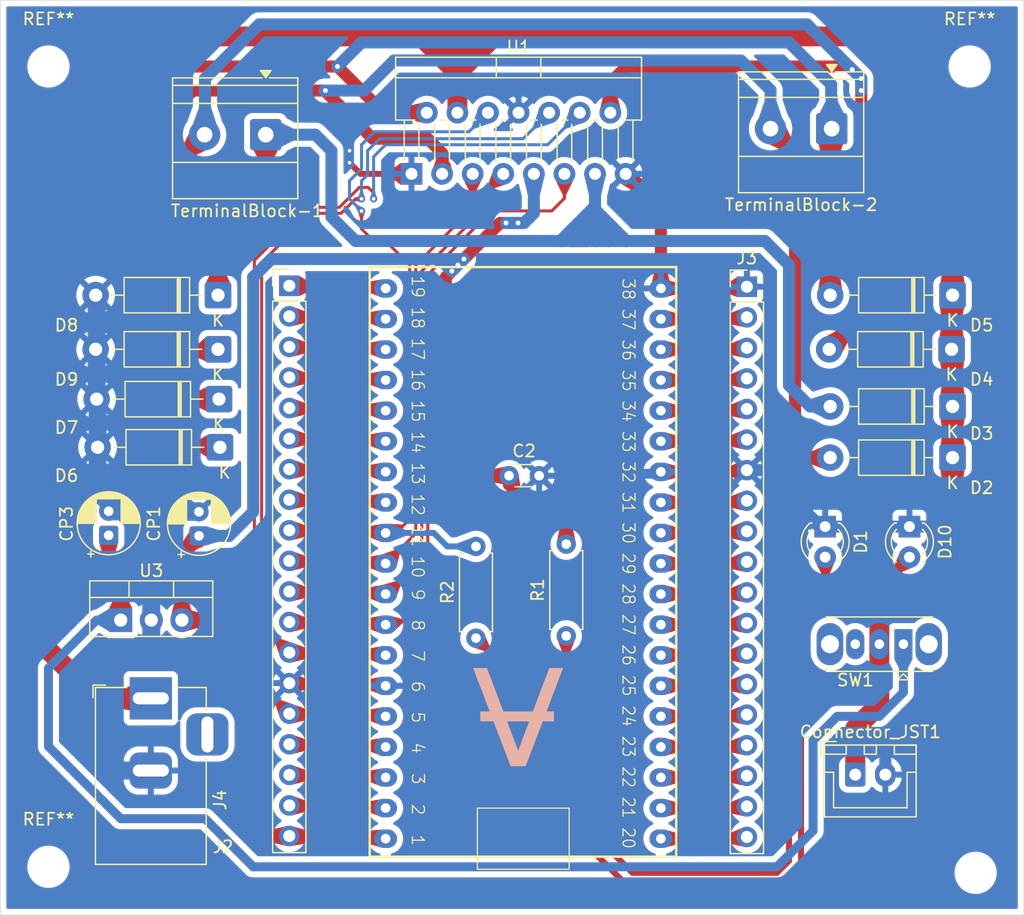
<source format=kicad_pcb>
(kicad_pcb (version 20241229) (generator "pcbnew") (generator_version "9.0")
  (layers (0 "F.Cu" signal) (2 "B.Cu" signal) (13 "F.Paste" user) (15 "B.Paste" user) (5 "F.SilkS" user "F.Silkscreen") (7 "B.SilkS" user "B.Silkscreen") (1 "F.Mask" user) (3 "B.Mask" user) (25 "Edge.Cuts" user))
  (net 0 "")
  (net 1 "GND")
  (net 2 "+5V")
  (net 3 "POWER_SEL")
  (net 4 "Net-(SW1-A)")
  (net 5 "Net-(D1-A)")
  (net 6 "Net-(D2-A)")
  (net 7 "Net-(D3-A)")
  (net 8 "Net-(D4-A)")
  (net 9 "Net-(D5-A)")
  (net 10 "Net-(D10-A)")
  (net 11 "+3V3")
  (net 12 "GPIO25")
  (net 13 "GPIO13")
  (net 14 "GPIO34")
  (net 15 "GPIO11")
  (net 16 "GPIO26")
  (net 17 "GPIO27")
  (net 18 "EN")
  (net 19 "GPIO35")
  (net 20 "GPIO36")
  (net 21 "GPIO9")
  (net 22 "GPIO14")
  (net 23 "GPIO39")
  (net 24 "GPIO10")
  (net 25 "GPIO32")
  (net 26 "GPIO33")
  (net 27 "GPIO12")
  (net 28 "GPIO18")
  (net 29 "GPIO7")
  (net 30 "GPIO22")
  (net 31 "GPIO8")
  (net 32 "GPIO15")
  (net 33 "GPIO16")
  (net 34 "GPIO4")
  (net 35 "GPIO6")
  (net 36 "GPIO0")
  (net 37 "GPIO23")
  (net 38 "GPIO17")
  (net 39 "GPIO5")
  (net 40 "GPIO19")
  (net 41 "GPIO2")
  (net 44 "GPIO21")
  (net 45 "RX")
  (net 46 "TX")
  (footprint "LED_THT:LED_D3.0mm" (layer "F.Cu") (at 162 76.73 -90)
    (property "Reference" "D10")
    (property "Value" "LED")
  )
  (footprint "LED_THT:LED_D3.0mm" (layer "F.Cu") (at 155 76.73 -90)
    (property "Reference" "D1")
    (property "Value" "LED")
  )
  (footprint "Diode_THT:D_DO-41_SOD81_P10.16mm_Horizontal" (layer "F.Cu") (at 165.58 57.5 180)
    (property "Reference" "D5")
    (property "Value" "D" (hide yes))
  )
  (footprint "Capacitor_THT:CP_Radial_D5.0mm_P2.00mm" (layer "F.Cu") (at 103 77.5 90)
    (property "Reference" "CP1")
    (property "Value" "100uF")
  )
  (footprint "TerminalBlock_Phoenix:TerminalBlock_Phoenix_MKDS-1,5-2-5.08_1x02_P5.08mm_Horizontal" (layer "F.Cu") (at 155.545 43.6675 180)
    (property "Reference" "TerminalBlock-2")
    (property "Value" "Conn_01x02")
  )
  (footprint "MountingHole:MountingHole_3mm" (layer "F.Cu") (at 90.5 105)
    (property "Reference" "REF**")
    (property "Value" "MountingHole_3mm" (hide yes))
  )
  (footprint "MountingHole:MountingHole_3mm" (layer "F.Cu") (at 167.5 105.5)
    (property "Reference" "REF**" (hide yes))
    (property "Value" "MountingHole_3mm" (hide yes))
  )
  (footprint "Diode_THT:D_DO-41_SOD81_P10.16mm_Horizontal" (layer "F.Cu") (at 104.58 62 180)
    (property "Reference" "D9")
    (property "Value" "D" (hide yes))
  )
  (footprint "Connector_PinHeader_2.54mm:PinHeader_1x19_P2.54mm_Vertical" (layer "F.Cu") (at 148.5 56.8)
    (property "Reference" "J3")
    (property "Value" "Conn_01x19_Socket")
  )
  (footprint "MountingHole:MountingHole_3mm" (layer "F.Cu") (at 90.5 38.5)
    (property "Reference" "REF**")
    (property "Value" "MountingHole_3mm" (hide yes))
  )
  (footprint "Resistor_THT:R_Axial_DIN0207_L6.3mm_D2.5mm_P7.62mm_Horizontal" (layer "F.Cu") (at 133.5 85.81 90)
    (property "Reference" "R1")
    (property "Value" "220Ω")
  )
  (footprint "Connector_JST:JST_XH_B2B-XH-A_1x02_P2.50mm_Vertical" (layer "F.Cu") (at 157.5 97.34)
    (property "Reference" "Connector_JST1")
    (property "Value" "JST_XH_2pin")
  )
  (footprint "Capacitor_THT:C_Disc_D3.0mm_W1.6mm_P2.50mm" (layer "F.Cu") (at 128.75 72.5)
    (property "Reference" "C2")
    (property "Value" "0.1uF")
  )
  (footprint "Capacitor_THT:CP_Radial_D5.0mm_P2.00mm" (layer "F.Cu") (at 95.5 77.455113 90)
    (property "Reference" "CP3")
    (property "Value" "100uF")
  )
  (footprint "MountingHole:MountingHole_3mm" (layer "F.Cu") (at 167 38.5)
    (property "Reference" "REF**")
    (property "Value" "MountingHole_3mm" (hide yes))
  )
  (footprint "Package_TO_SOT_THT:TO-220-3_Vertical" (layer "F.Cu") (at 96.5 84.5)
    (property "Reference" "U3")
    (property "Value" "LM7805_TO220")
  )
  (footprint "Connector_PinHeader_2.54mm:PinHeader_1x19_P2.54mm_Vertical" (layer "F.Cu") (at 110.5 56.72)
    (property "Reference" "J2")
    (property "Value" "Conn_01x19_Socket" (hide yes))
  )
  (footprint "Package_TO_SOT_THT:TO-220-15_P2.54x5.08mm_StaggerOdd_Lead4.58mm_Vertical" (layer "F.Cu") (at 120.65 47.42)
    (property "Reference" "U1")
    (property "Value" "L298N")
  )
  (footprint "Diode_THT:D_DO-41_SOD81_P10.16mm_Horizontal" (layer "F.Cu") (at 104.66 66.14 180)
    (property "Reference" "D7")
    (property "Value" "D" (hide yes))
  )
  (footprint "TerminalBlock_Phoenix:TerminalBlock_Phoenix_MKDS-1,5-2-5.08_1x02_P5.08mm_Horizontal" (layer "F.Cu") (at 108.545 44.1675 180)
    (property "Reference" "TerminalBlock-1")
    (property "Value" "Conn_01x02")
  )
  (footprint "Connector_BarrelJack:BarrelJack_Horizontal" (layer "F.Cu") (at 99 91 90)
    (property "Reference" "J4")
    (property "Value" "Barrel_Jack_Switch")
  )
  (footprint "Diode_THT:D_DO-41_SOD81_P10.16mm_Horizontal" (layer "F.Cu") (at 165.5 62 180)
    (property "Reference" "D4")
    (property "Value" "D" (hide yes))
  )
  (footprint "Diode_THT:D_DO-41_SOD81_P10.16mm_Horizontal" (layer "F.Cu") (at 104.58 57.5 180)
    (property "Reference" "D8")
    (property "Value" "D" (hide yes))
  )
  (footprint "Button_Switch_THT:SW_Slide_SPDT_Straight_CK_OS102011MS2Q" (layer "F.Cu") (at 161.5 86.5 180)
    (property "Reference" "SW1")
    (property "Value" "SW_SPDT")
  )
  (footprint "Resistor_THT:R_Axial_DIN0207_L6.3mm_D2.5mm_P7.62mm_Horizontal" (layer "F.Cu") (at 126 86 90)
    (property "Reference" "R2")
    (property "Value" "220Ω" (hide yes))
  )
  (footprint "ESP32Footprints:ESP32_38pin" (layer "F.Cu") (at 129.93 79.8 -90)
    (property "Reference" "U2" (hide yes))
    (property "Value" "ESP32-DevKitC-38")
  )
  (footprint "Diode_THT:D_DO-41_SOD81_P10.16mm_Horizontal" (layer "F.Cu") (at 165.58 66.75 180)
    (property "Reference" "D3")
    (property "Value" "D" (hide yes))
  )
  (footprint "Diode_THT:D_DO-41_SOD81_P10.16mm_Horizontal" (layer "F.Cu") (at 165.58 71 180)
    (property "Reference" "D2")
    (property "Value" "D" (hide yes))
  )
  (footprint "Diode_THT:D_DO-41_SOD81_P10.16mm_Horizontal" (layer "F.Cu") (at 104.74 70.14 180)
    (property "Reference" "D6")
    (property "Value" "D")
  )
  (gr_rect (start 86.5 33) (end 171.5 109) (stroke (width 0.05)) (fill no) (layer "Edge.Cuts"))
  (gr_text "V" (at 129.5 98 0) (layer "B.SilkS") (effects (font (size 8 8) (thickness 0.1)) (justify bottom mirror)))
  (gr_text "I" (at 133.5 92.5 90) (layer "B.SilkS") (effects (font (size 6 6) (thickness 0.1)) (justify bottom mirror)))
  (segment (start 148.36 56.94) (end 148.5 56.8) (width 0.75) (layer "F.Cu") (net 1))
  (segment (start 138.43 47.42) (end 141.36 50.35) (width 1) (layer "F.Cu") (net 1))
  (segment (start 141.04 72.5) (end 141.36 72.18) (width 0.5) (layer "F.Cu") (net 1))
  (segment (start 141.36 72.18) (end 148.36 72.18) (width 0.75) (layer "F.Cu") (net 1))
  (segment (start 118.14 89.82) (end 110.58 89.82) (width 0.75) (layer "F.Cu") (net 1))
  (segment (start 148.36 72.18) (end 148.5 72.04) (width 0.75) (layer "F.Cu") (net 1))
  (segment (start 120.65 47.42) (end 116.42 47.42) (width 0.5) (layer "F.Cu") (net 1))
  (segment (start 115.5 46.5) (end 115.5 45.5) (width 0.5) (layer "F.Cu") (net 1))
  (segment (start 141.36 56.94) (end 148.36 56.94) (width 0.75) (layer "F.Cu") (net 1))
  (segment (start 141.36 50.35) (end 141.36 56.94) (width 1) (layer "F.Cu") (net 1))
  (segment (start 110.58 89.82) (end 110.5 89.74) (width 0.75) (layer "F.Cu") (net 1))
  (segment (start 116.42 47.42) (end 115.5 46.5) (width 0.5) (layer "F.Cu") (net 1))
  (via (at 115.5 45.5) (size 0.6) (drill 0.3) (layers "F.Cu" "B.Cu") (net 1))
  (via (at 115.5 46.5) (size 0.6) (drill 0.3) (layers "F.Cu" "B.Cu") (net 1))
  (segment (start 108.24 89.74) (end 105.75 87.25) (width 0.5) (layer "B.Cu") (net 1))
  (segment (start 160 94.5) (end 168 86.5) (width 1) (layer "B.Cu") (net 1))
  (segment (start 129.5 40.5) (end 129.5 40.92) (width 0.5) (layer "B.Cu") (net 1))
  (segment (start 129 40) (end 129.5 40) (width 0.5) (layer "B.Cu") (net 1))
  (segment (start 130 40) (end 129.5 40.5) (width 0.5) (layer "B.Cu") (net 1))
  (segment (start 138 72.5) (end 138.5 72) (width 0.25) (layer "B.Cu") (net 1))
  (segment (start 122.5 85) (end 128.5 79) (width 0.5) (layer "B.Cu") (net 1))
  (segment (start 140.08 47.42) (end 138.43 47.42) (width 0.5) (layer "B.Cu") (net 1))
  (segment (start 131.25 78.25) (end 131.25 72.5) (width 0.5) (layer "B.Cu") (net 1))
  (segment (start 153.5 73.5) (end 152.04 72.04) (width 1) (layer "B.Cu") (net 1))
  (segment (start 139 72.5) (end 141.04 72.5) (width 0.5) (layer "B.Cu") (net 1))
  (segment (start 138 72) (end 138 72.5) (width 0.5) (layer "B.Cu") (net 1))
  (segment (start 98 75.455113) (end 102.955113 75.455113) (width 1.5) (layer "B.Cu") (net 1))
  (segment (start 99.951871 76.951871) (end 99.496758 76.951871) (width 1.5) (layer "B.Cu") (net 1))
  (segment (start 168 79.5) (end 165.23 76.73) (width 1) (layer "B.Cu") (net 1))
  (segment (start 96.63137 75.455113) (end 95.5 75.455113) (width 1.5) (layer "B.Cu") (net 1))
  (segment (start 95.5 73.5) (end 94.5 72.5) (width 1.5) (layer "B.Cu") (net 1))
  (segment (start 160 97.34) (end 160 94.5) (width 1) (layer "B.Cu") (net 1))
  (segment (start 155 76.73) (end 162 76.73) (width 1) (layer "B.Cu") (net 1))
  (segment (start 137 72.5) (end 137.5 72.5) (width 0.5) (layer "B.Cu") (net 1))
  (segment (start 141.04 72.5) (end 141.36 72.18) (width 0.5) (layer "B.Cu") (net 1))
  (segment (start 94.58 70.14) (end 94.58 66.22) (width 1.5) (layer "B.Cu") (net 1))
  (segment (start 138 58.5) (end 138 71.5) (width 0.5) (layer "B.Cu") (net 1))
  (segment (start 129.54 40.96) (end 130.5 40) (width 0.5) (layer "B.Cu") (net 1))
  (segment (start 137 72.5) (end 137.5 72) (width 0.25) (layer "B.Cu") (net 1))
  (segment (start 129.5 40) (end 129.5 40.5) (width 0.5) (layer "B.Cu") (net 1))
  (segment (start 129.54 40.96) (end 129.54 42.34) (width 0.5) (layer "B.Cu") (net 1))
  (segment (start 115.5 43.5) (end 119 40) (width 0.5) (layer "B.Cu") (net 1))
  (segment (start 94.58 72.42) (end 94.58 70.14) (width 1.5) (layer "B.Cu") (net 1))
  (segment (start 155 76.73) (end 154.63 76.73) (width 0.5) (layer "B.Cu") (net 1))
  (segment (start 97.5 87.5) (end 97.75 87.25) (width 1.5) (layer "B.Cu") (net 1))
  (segment (start 165.23 76.73) (end 162 76.73) (width 1) (layer "B.Cu") (net 1))
  (segment (start 121.04 89.96) (end 122.5 88.5) (width 0.5) (layer "B.Cu") (net 1))
  (segment (start 154.63 76.73) (end 153.5 75.6) (width 1) (layer "B.Cu") (net 1))
  (segment (start 93.5 89) (end 95 87.5) (width 1.5) (layer "B.Cu") (net 1))
  (segment (start 97.75 87.25) (end 99.04 85.96) (width 1.5) (layer "B.Cu") (net 1))
  (segment (start 130.5 40) (end 139.5 40) (width 0.5) (layer "B.Cu") (net 1))
  (segment (start 131.25 72.5) (end 137 72.5) (width 0.5) (layer "B.Cu") (net 1))
  (segment (start 129 40.5) (end 128.5 40) (width 0.5) (layer "B.Cu") (net 1))
  (segment (start 130 40) (end 130.5 40) (width 0.5) (layer "B.Cu") (net 1))
  (segment (start 103 75.5) (end 101.403743 75.5) (width 1.5) (layer "B.Cu") (net 1))
  (segment (start 122.5 88.5) (end 122.5 85) (width 0.5) (layer "B.Cu") (net 1))
  (segment (start 101.403743 75.5) (end 99.951871 76.951871) (width 1.5) (layer "B.Cu") (net 1))
  (segment (start 119 40) (end 128.5 40) (width 0.5) (layer "B.Cu") (net 1))
  (segment (start 129.5 40.92) (end 129.46 40.96) (width 0.5) (layer "B.Cu") (net 1))
  (segment (start 99.496758 76.951871) (end 98 75.455113) (width 1.5) (layer "B.Cu") (net 1))
  (segment (start 94.5 66.14) (end 94.5 61.89) (width 1.5) (layer "B.Cu") (net 1))
  (segment (start 99.04 77.863743) (end 96.63137 75.455113) (width 1.5) (layer "B.Cu") (net 1))
  (segment (start 94.5 72.5) (end 94.58 72.42) (width 1.5) (layer "B.Cu") (net 1))
  (segment (start 152.04 72.04) (end 148.5 72.04) (width 1) (layer "B.Cu") (net 1))
  (segment (start 128.5 79) (end 130.5 79) (width 0.5) (layer "B.Cu") (net 1))
  (segment (start 118.5 89.96) (end 121.04 89.96) (width 0.5) (layer "B.Cu") (net 1))
  (segment (start 138 71.5) (end 138 72) (width 0.5) (layer "B.Cu") (net 1))
  (segment (start 137.5 72) (end 138.5 72) (width 0.25) (layer "B.Cu") (net 1))
  (segment (start 137.5 72.5) (end 138 72.5) (width 0.5) (layer "B.Cu") (net 1))
  (segment (start 141.5 42) (end 141.5 46) (width 0.5) (layer "B.Cu") (net 1))
  (segment (start 138.5 72.5) (end 139 72.5) (width 0.5) (layer "B.Cu") (net 1))
  (segment (start 129.46 40.96) (end 129 40.5) (width 0.5) (layer "B.Cu") (net 1))
  (segment (start 138 72) (end 137.5 72) (width 0.25) (layer "B.Cu") (net 1))
  (segment (start 128.5 40) (end 129 40) (width 0.5) (layer "B.Cu") (net 1))
  (segment (start 138.5 72) (end 138 71.5) (width 0.25) (layer "B.Cu") (net 1))
  (segment (start 153.5 75.6) (end 153.5 73.5) (width 1) (layer "B.Cu") (net 1))
  (segment (start 99.04 85.96) (end 99.04 84.5) (width 1.5) (layer "B.Cu") (net 1))
  (segment (start 110.5 89.74) (end 108.24 89.74) (width 0.5) (layer "B.Cu") (net 1))
  (segment (start 139.56 56.94) (end 138 58.5) (width 0.5) (layer "B.Cu") (net 1))
  (segment (start 130.5 79) (end 131.25 78.25) (width 0.5) (layer "B.Cu") (net 1))
  (segment (start 95.5 75.455113) (end 98 75.455113) (width 1.5) (layer "B.Cu") (net 1))
  (segment (start 129 40.5) (end 129 40) (width 0.5) (layer "B.Cu") (net 1))
  (segment (start 95 87.5) (end 97.5 87.5) (width 1.5) (layer "B.Cu") (net 1))
  (segment (start 105.75 87.25) (end 97.75 87.25) (width 0.5) (layer "B.Cu") (net 1))
  (segment (start 102.955113 75.455113) (end 103 75.5) (width 1.5) (layer "B.Cu") (net 1))
  (segment (start 99 97) (end 96.5 97) (width 1.5) (layer "B.Cu") (net 1))
  (segment (start 93.5 94) (end 93.5 89) (width 1.5) (layer "B.Cu") (net 1))
  (segment (start 137 72.5) (end 138 71.5) (width 0.25) (layer "B.Cu") (net 1))
  (segment (start 99.951871 76.951871) (end 99.04 77.863743) (width 1.5) (layer "B.Cu") (net 1))
  (segment (start 138 72) (end 137.5 72.5) (width 0.25) (layer "B.Cu") (net 1))
  (segment (start 139 72.5) (end 138.5 72) (width 0.25) (layer "B.Cu") (net 1))
  (segment (start 168 86.5) (end 168 79.5) (width 1) (layer "B.Cu") (net 1))
  (segment (start 96.5 97) (end 93.5 94) (width 1.5) (layer "B.Cu") (net 1))
  (segment (start 95.5 75.455113) (end 95.5 73.5) (width 1.5) (layer "B.Cu") (net 1))
  (segment (start 137.5 72.5) (end 137.5 72) (width 0.25) (layer "B.Cu") (net 1))
  (segment (start 115.5 46.5) (end 115.5 43.5) (width 0.5) (layer "B.Cu") (net 1))
  (segment (start 141.5 46) (end 140.08 47.42) (width 0.5) (layer "B.Cu") (net 1))
  (segment (start 138 72.5) (end 137.5 72) (width 0.25) (layer "B.Cu") (net 1))
  (segment (start 138 72.5) (end 138.5 72.5) (width 0.5) (layer "B.Cu") (net 1))
  (segment (start 129.54 40.96) (end 129.46 40.96) (width 0.5) (layer "B.Cu") (net 1))
  (segment (start 94.5 61.89) (end 94.5 57.64) (width 1.5) (layer "B.Cu") (net 1))
  (segment (start 94.58 66.22) (end 94.5 66.14) (width 1.5) (layer "B.Cu") (net 1))
  (segment (start 141.36 56.94) (end 139.56 56.94) (width 0.5) (layer "B.Cu") (net 1))
  (segment (start 99.04 84.5) (end 99.04 77.863743) (width 1.5) (layer "B.Cu") (net 1))
  (segment (start 129.5 40) (end 130 40) (width 0.5) (layer "B.Cu") (net 1))
  (segment (start 139.5 40) (end 141.5 42) (width 0.5) (layer "B.Cu") (net 1))
  (segment (start 138.5 72) (end 138.5 72.5) (width 0.25) (layer "B.Cu") (net 1))
  (segment (start 128.75 72.5) (end 125.5 72.5) (width 1) (layer "F.Cu") (net 2))
  (segment (start 128.75 73.25) (end 130.3 74.8) (width 1) (layer "F.Cu") (net 2))
  (segment (start 128 51.5) (end 130 51.5) (width 1) (layer "F.Cu") (net 2))
  (segment (start 118.14 102.52) (end 110.58 102.52) (width 1) (layer "F.Cu") (net 2))
  (segment (start 101.58 84.5) (end 104.5 84.5) (width 1) (layer "F.Cu") (net 2))
  (segment (start 130.3 74.8) (end 132.3 74.8) (width 1) (layer "F.Cu") (net 2))
  (segment (start 104.5 84.5) (end 106.7 86.7) (width 1) (layer "F.Cu") (net 2))
  (segment (start 108.56 102.44) (end 110.5 102.44) (width 1) (layer "F.Cu") (net 2))
  (segment (start 123.5 70.5) (end 123.5 56) (width 1) (layer "F.Cu") (net 2))
  (segment (start 123.5 56) (end 128 51.5) (width 1) (layer "F.Cu") (net 2))
  (segment (start 102.5 78) (end 103 78) (width 1) (layer "F.Cu") (net 2))
  (segment (start 128.75 72.5) (end 128.75 73.25) (width 1) (layer "F.Cu") (net 2))
  (segment (start 101.58 84.5) (end 101.58 78.92) (width 1) (layer "F.Cu") (net 2))
  (segment (start 133.5 76) (end 133.5 78.19) (width 1) (layer "F.Cu") (net 2))
  (segment (start 125.5 72.5) (end 123.5 70.5) (width 1) (layer "F.Cu") (net 2))
  (segment (start 106.7 100.58) (end 108.56 102.44) (width 1) (layer "F.Cu") (net 2))
  (segment (start 101.58 78.92) (end 102.5 78) (width 1) (layer "F.Cu") (net 2))
  (segment (start 110.58 102.52) (end 110.5 102.44) (width 0.75) (layer "F.Cu") (net 2))
  (segment (start 106.7 86.7) (end 106.7 100.58) (width 1) (layer "F.Cu") (net 2))
  (segment (start 132.3 74.8) (end 133.5 76) (width 1) (layer "F.Cu") (net 2))
  (segment (start 103 78) (end 103 77.5) (width 1) (layer "F.Cu") (net 2))
  (via (at 124.5 55) (size 0.8) (drill 0.4) (layers "F.Cu" "B.Cu") (net 2))
  (via (at 125 54.5) (size 0.8) (drill 0.4) (layers "F.Cu" "B.Cu") (net 2))
  (via (at 124 55.5) (size 0.8) (drill 0.4) (layers "F.Cu" "B.Cu") (net 2))
  (via (at 128.5 51.5) (size 0.8) (drill 0.4) (layers "F.Cu" "B.Cu") (net 2))
  (via (at 129.5 51.5) (size 0.8) (drill 0.4) (layers "F.Cu" "B.Cu") (net 2))
  (segment (start 129 51.5) (end 128.5 51.5) (width 1) (layer "B.Cu") (net 2))
  (segment (start 107.5 56) (end 107.5 75.5) (width 1) (layer "B.Cu") (net 2))
  (segment (start 124.25 55.25) (end 124 55.5) (width 1) (layer "B.Cu") (net 2))
  (segment (start 130.81 50.69) (end 130 51.5) (width 1) (layer "B.Cu") (net 2))
  (segment (start 125 54.5) (end 123 54.5) (width 1) (layer "B.Cu") (net 2))
  (segment (start 130 51.5) (end 129.5 51.5) (width 1) (layer "B.Cu") (net 2))
  (segment (start 124.5 55) (end 124.25 55.25) (width 1) (layer "B.Cu") (net 2))
  (segment (start 123 54.5) (end 109 54.5) (width 1) (layer "B.Cu") (net 2))
  (segment (start 107.5 75.5) (end 105.5 77.5) (width 1) (layer "B.Cu") (net 2))
  (segment (start 109 54.5) (end 107.5 56) (width 1) (layer "B.Cu") (net 2))
  (segment (start 129.5 51.5) (end 129 51.5) (width 1) (layer "B.Cu") (net 2))
  (segment (start 105.5 77.5) (end 103 77.5) (width 1) (layer "B.Cu") (net 2))
  (segment (start 124 55.5) (end 123 54.5) (width 1) (layer "B.Cu") (net 2))
  (segment (start 130.81 47.42) (end 130.81 50.69) (width 1) (layer "B.Cu") (net 2))
  (segment (start 125 54.5) (end 124.5 55) (width 1) (layer "B.Cu") (net 2))
  (segment (start 165.5 57.58) (end 165.58 57.5) (width 1.5) (layer "F.Cu") (net 3))
  (segment (start 159.5 86.5) (end 159.5 84.598) (width 1.65) (layer "F.Cu") (net 3))
  (segment (start 121.5 36) (end 124.5 36) (width 1.65) (layer "F.Cu") (net 3))
  (segment (start 157.5 97.34) (end 157.5 93.5) (width 1.65) (layer "F.Cu") (net 3))
  (segment (start 94.5 91) (end 90.5 87) (width 1.65) (layer "F.Cu") (net 3))
  (segment (start 90 86.5) (end 90 47) (width 1.65) (layer "F.Cu") (net 3))
  (segment (start 158.5 36) (end 127.5 36) (width 1.65) (layer "F.Cu") (net 3))
  (segment (start 157.5 93.5) (end 159.5 91.5) (width 1.65) (layer "F.Cu") (net 3))
  (segment (start 90.5 87) (end 90 86.5) (width 1.65) (layer "F.Cu") (net 3))
  (segment (start 165.58 43.08) (end 158.5 36) (width 1.65) (layer "F.Cu") (net 3))
  (segment (start 164 82.5) (end 165.58 80.92) (width 1.65) (layer "F.Cu") (net 3))
  (segment (start 165.58 66.75) (end 165.58 62.08) (width 1.65) (layer "F.Cu") (net 3))
  (segment (start 124.46 38.96) (end 121.5 36) (width 1.75) (layer "F.Cu") (net 3))
  (segment (start 127.5 36) (end 124.46 39.04) (width 1.65) (layer "F.Cu") (net 3))
  (segment (start 101 36) (end 121.5 36) (width 1.65) (layer "F.Cu") (net 3))
  (segment (start 165.58 57.5) (end 165.58 43.08) (width 1.65) (layer "F.Cu") (net 3))
  (segment (start 124.46 39.04) (end 124.46 37.5) (width 1.75) (layer "F.Cu") (net 3))
  (segment (start 124.5 36) (end 126 36) (width 1.65) (layer "F.Cu") (net 3))
  (segment (start 165.58 62.08) (end 165.5 62) (width 1.5) (layer "F.Cu") (net 3))
  (segment (start 165.58 71) (end 165.58 66.75) (width 1.65) (layer "F.Cu") (net 3))
  (segment (start 99 91) (end 94.5 91) (width 1.65) (layer "F.Cu") (net 3))
  (segment (start 90 47) (end 90.5 46.5) (width 1.65) (layer "F.Cu") (net 3))
  (segment (start 124.46 37.5) (end 124.46 36.04) (width 1.75) (layer "F.Cu") (net 3))
  (segment (start 90.5 46.5) (end 101 36) (width 1.65) (layer "F.Cu") (net 3))
  (segment (start 124.46 39.04) (end 124.46 42.34) (width 1.65) (layer "F.Cu") (net 3))
  (segment (start 159.5 91.5) (end 159.5 86.5) (width 1.65) (layer "F.Cu") (net 3))
  (segment (start 124.5 37.5) (end 126 36) (width 1.75) (layer "F.Cu") (net 3))
  (segment (start 159.5 84.598) (end 161.598 82.5) (width 1.65) (layer "F.Cu") (net 3))
  (segment (start 124.46 39.04) (end 124.46 38.96) (width 1.75) (layer "F.Cu") (net 3))
  (segment (start 124.46 37.5) (end 124.5 37.5) (width 1.75) (layer "F.Cu") (net 3))
  (segment (start 126 36) (end 127.5 36) (width 1.65) (layer "F.Cu") (net 3))
  (segment (start 124.46 36.04) (end 124.5 36) (width 1.75) (layer "F.Cu") (net 3))
  (segment (start 161.598 82.5) (end 164 82.5) (width 1.65) (layer "F.Cu") (net 3))
  (segment (start 165.5 62) (end 165.5 57.58) (width 1.65) (layer "F.Cu") (net 3))
  (segment (start 165.58 80.92) (end 165.58 71) (width 1.65) (layer "F.Cu") (net 3))
  (segment (start 95.5 77.455113) (end 95.5 80.5) (width 1) (layer "F.Cu") (net 4))
  (segment (start 95.5 80.5) (end 96.5 81.5) (width 1) (layer "F.Cu") (net 4))
  (segment (start 96.5 81.5) (end 96.5 84.5) (width 1) (layer "F.Cu") (net 4))
  (segment (start 154 102) (end 154 94.5) (width 0.75) (layer "B.Cu") (net 4))
  (segment (start 151 105) (end 154 102) (width 0.75) (layer "B.Cu") (net 4))
  (segment (start 159.5 92.5) (end 161.5 90.5) (width 0.75) (layer "B.Cu") (net 4))
  (segment (start 154 94.5) (end 156 92.5) (width 0.75) (layer "B.Cu") (net 4))
  (segment (start 107.5 105) (end 151 105) (width 0.75) (layer "B.Cu") (net 4))
  (segment (start 94.5 84.5) (end 90.5 88.5) (width 0.75) (layer "B.Cu") (net 4))
  (segment (start 96.5 84.5) (end 94.5 84.5) (width 0.75) (layer "B.Cu") (net 4))
  (segment (start 90.5 88.5) (end 90.5 95) (width 0.75) (layer "B.Cu") (net 4))
  (segment (start 90.5 95) (end 96.5 101) (width 0.75) (layer "B.Cu") (net 4))
  (segment (start 96.5 101) (end 103.5 101) (width 0.75) (layer "B.Cu") (net 4))
  (segment (start 156 92.5) (end 159.5 92.5) (width 0.75) (layer "B.Cu") (net 4))
  (segment (start 161.5 90.5) (end 161.5 86.5) (width 0.75) (layer "B.Cu") (net 4))
  (segment (start 103.5 101) (end 107.5 105) (width 0.75) (layer "B.Cu") (net 4))
  (segment (start 152 104.5) (end 151 105.5) (width 0.5) (layer "F.Cu") (net 5))
  (segment (start 152 84) (end 152 104.5) (width 0.5) (layer "F.Cu") (net 5))
  (segment (start 133.5 100) (end 139 105.5) (width 0.5) (layer "F.Cu") (net 5))
  (segment (start 139 105.5) (end 151 105.5) (width 0.5) (layer "F.Cu") (net 5))
  (segment (start 133.5 85.81) (end 133.5 100) (width 0.5) (layer "F.Cu") (net 5))
  (segment (start 155 79.27) (end 155 81) (width 0.5) (layer "F.Cu") (net 5))
  (segment (start 155 81) (end 152 84) (width 0.5) (layer "F.Cu") (net 5))
  (segment (start 102.14 66.14) (end 99.5 63.5) (width 1) (layer "F.Cu") (net 6))
  (segment (start 122 44.5) (end 123.19 45.69) (width 1) (layer "F.Cu") (net 6))
  (segment (start 123.19 45.69) (end 123.19 47.42) (width 1) (layer "F.Cu") (net 6))
  (segment (start 99.5 43.5) (end 102.5 40.5) (width 1) (layer "F.Cu") (net 6))
  (segment (start 152.5 70) (end 152.5 45.7025) (width 1) (layer "F.Cu") (net 6))
  (segment (start 117.430702 44.5) (end 122 44.5) (width 1) (layer "F.Cu") (net 6))
  (segment (start 152.5 45.7025) (end 150.465 43.6675) (width 1) (layer "F.Cu") (net 6))
  (segment (start 104.66 66.14) (end 102.14 66.14) (width 1) (layer "F.Cu") (net 6))
  (segment (start 153.5 71) (end 152.5 70) (width 1) (layer "F.Cu") (net 6))
  (segment (start 155.42 71) (end 153.5 71) (width 1) (layer "F.Cu") (net 6))
  (segment (start 99.5 63.5) (end 99.5 43.5) (width 1) (layer "F.Cu") (net 6))
  (segment (start 113.430702 40.5) (end 117.430702 44.5) (width 1) (layer "F.Cu") (net 6))
  (segment (start 102.5 40.5) (end 113.430702 40.5) (width 1) (layer "F.Cu") (net 6))
  (via (at 113.5 40.5) (size 0.8) (drill 0.4) (layers "F.Cu" "B.Cu") (net 6))
  (segment (start 148 38) (end 119.201 38) (width 1) (layer "B.Cu") (net 6))
  (segment (start 150.465 43.6675) (end 150.465 40.465) (width 1) (layer "B.Cu") (net 6))
  (segment (start 119.201 38) (end 116.701 40.5) (width 1) (layer "B.Cu") (net 6))
  (segment (start 116.701 40.5) (end 113.5 40.5) (width 1) (layer "B.Cu") (net 6))
  (segment (start 150.465 40.465) (end 148 38) (width 1) (layer "B.Cu") (net 6))
  (segment (start 113.430702 40.5) (end 113.5 40.5) (width 1) (layer "B.Cu") (net 6))
  (segment (start 104.58 51.58) (end 104.58 57.5) (width 1) (layer "F.Cu") (net 7))
  (segment (start 108.545 47.455) (end 104.5 51.5) (width 1) (layer "F.Cu") (net 7))
  (segment (start 108.545 44.1675) (end 108.545 47.455) (width 1) (layer "F.Cu") (net 7))
  (segment (start 104.5 51.5) (end 104.58 51.58) (width 1) (layer "F.Cu") (net 7))
  (segment (start 135.61 52.61) (end 136 53) (width 1) (layer "B.Cu") (net 7))
  (segment (start 112.6675 44.1675) (end 114 45.5) (width 1) (layer "B.Cu") (net 7))
  (segment (start 135.61 50.67) (end 135.61 52) (width 1) (layer "B.Cu") (net 7))
  (segment (start 135.61 52) (end 135.61 52.61) (width 1) (layer "B.Cu") (net 7))
  (segment (start 138.5 53) (end 137 53) (width 1) (layer "B.Cu") (net 7))
  (segment (start 136.5 51) (end 136.75 51.25) (width 1) (layer "B.Cu") (net 7))
  (segment (start 137 53) (end 136.75 52.75) (width 1) (layer "B.Cu") (net 7))
  (segment (start 135.22 53) (end 135.61 52.61) (width 1) (layer "B.Cu") (net 7))
  (segment (start 135.89 49) (end 135.89 47.42) (width 1) (layer "B.Cu") (net 7))
  (segment (start 152 55) (end 150 53) (width 1) (layer "B.Cu") (net 7))
  (segment (start 116 53) (end 133 53) (width 1) (layer "B.Cu") (net 7))
  (segment (start 135.89 49) (end 135.89 49.5) (width 1) (layer "B.Cu") (net 7))
  (segment (start 136.75 51.25) (end 137 51.5) (width 1) (layer "B.Cu") (net 7))
  (segment (start 135.61 51.89) (end 136.5 51) (width 1) (layer "B.Cu") (net 7))
  (segment (start 114 45.5) (end 114 51) (width 1) (layer "B.Cu") (net 7))
  (segment (start 153.75 66.75) (end 152 65) (width 1) (layer "B.Cu") (net 7))
  (segment (start 136.75 52.75) (end 136.75 51.25) (width 1) (layer "B.Cu") (net 7))
  (segment (start 135.61 52) (end 135.61 51.89) (width 1) (layer "B.Cu") (net 7))
  (segment (start 134 53) (end 135.22 53) (width 1) (layer "B.Cu") (net 7))
  (segment (start 135.89 50.39) (end 135.61 50.67) (width 1) (layer "B.Cu") (net 7))
  (segment (start 136 53) (end 134 53) (width 1) (layer "B.Cu") (net 7))
  (segment (start 134 52) (end 135.89 50.11) (width 1) (layer "B.Cu") (net 7))
  (segment (start 134 52) (end 136.5 52) (width 1) (layer "B.Cu") (net 7))
  (segment (start 155.42 66.75) (end 153.75 66.75) (width 1) (layer "B.Cu") (net 7))
  (segment (start 137 53) (end 136 53) (width 1) (layer "B.Cu") (net 7))
  (segment (start 114 51) (end 116 53) (width 1) (layer "B.Cu") (net 7))
  (segment (start 135.89 50.11) (end 135.89 49) (width 1) (layer "B.Cu") (net 7))
  (segment (start 135.89 50.11) (end 135.89 50.39) (width 1) (layer "B.Cu") (net 7))
  (segment (start 152 65) (end 152 55) (width 1) (layer "B.Cu") (net 7))
  (segment (start 133 53) (end 134 52) (width 1) (layer "B.Cu") (net 7))
  (segment (start 108.545 44.1675) (end 112.6675 44.1675) (width 1) (layer "B.Cu") (net 7))
  (segment (start 135.89 50.39) (end 136.5 51) (width 1) (layer "B.Cu") (net 7))
  (segment (start 134 53) (end 133 53) (width 1) (layer "B.Cu") (net 7))
  (segment (start 150 53) (end 138.5 53) (width 1) (layer "B.Cu") (net 7))
  (segment (start 136.5 52) (end 137 51.5) (width 1) (layer "B.Cu") (net 7))
  (segment (start 137 51.5) (end 138.5 53) (width 1) (layer "B.Cu") (net 7))
  (segment (start 102.5 62) (end 104.58 62) (width 1) (layer "F.Cu") (net 8))
  (segment (start 137.16 39.84) (end 137.16 42.34) (width 1) (layer "F.Cu") (net 8))
  (segment (start 138.5 38.5) (end 137.16 39.84) (width 1) (layer "F.Cu") (net 8))
  (segment (start 103.465 44.1675) (end 101.5 46.1325) (width 1) (layer "F.Cu") (net 8))
  (segment (start 158 59.34) (end 158 39.5) (width 1) (layer "F.Cu") (net 8))
  (segment (start 101.5 46.1325) (end 101.5 61) (width 1) (layer "F.Cu") (net 8))
  (segment (start 157 38.5) (end 138.5 38.5) (width 1) (layer "F.Cu") (net 8))
  (segment (start 155.34 62) (end 158 59.34) (width 1) (layer "F.Cu") (net 8))
  (segment (start 101.5 61) (end 102.5 62) (width 1) (layer "F.Cu") (net 8))
  (segment (start 158 39.5) (end 157 38.5) (width 1) (layer "F.Cu") (net 8))
  (via (at 158 40.5) (size 0.8) (drill 0.4) (layers "F.Cu" "B.Cu") (net 8))
  (via (at 158 39.5) (size 0.8) (drill 0.4) (layers "F.Cu" "B.Cu") (net 8))
  (via (at 157.25 38.75) (size 0.8) (drill 0.4) (layers "F.Cu" "B.Cu") (net 8))
  (segment (start 103.5 39.5) (end 108 35) (width 1) (layer "B.Cu") (net 8))
  (segment (start 153.5 35) (end 157.25 38.75) (width 1) (layer "B.Cu") (net 8))
  (segment (start 103.5 44.1325) (end 103.5 39.5) (width 1) (layer "B.Cu") (net 8))
  (segment (start 157.25 38.75) (end 158 39.5) (width 1) (layer "B.Cu") (net 8))
  (segment (start 103.465 44.1675) (end 103.5 44.1325) (width 0.75) (layer "B.Cu") (net 8))
  (segment (start 158 39.5) (end 158 40.5) (width 1) (layer "B.Cu") (net 8))
  (segment (start 108 35) (end 153.5 35) (width 1) (layer "B.Cu") (net 8))
  (segment (start 114.5 38.5) (end 102 38.5) (width 1) (layer "F.Cu") (net 9))
  (segment (start 155.42 57.5) (end 155.42 43.7925) (width 1.5) (layer "F.Cu") (net 9))
  (segment (start 121.92 42.34) (end 118.34 42.34) (width 1) (layer "F.Cu") (net 9))
  (segment (start 118.34 42.34) (end 114.5 38.5) (width 1) (layer "F.Cu") (net 9))
  (segment (start 104.74 70.14) (end 103.14 70.14) (width 1) (layer "F.Cu") (net 9))
  (segment (start 155.42 43.7925) (end 155.545 43.6675) (width 1.5) (layer "F.Cu") (net 9))
  (segment (start 102 38.5) (end 97 43.5) (width 1) (layer "F.Cu") (net 9))
  (segment (start 97 43.5) (end 97 64.004318) (width 1) (layer "F.Cu") (net 9))
  (segment (start 97 64.004318) (end 100.5 67.504318) (width 1) (layer "F.Cu") (net 9))
  (segment (start 103.14 70.14) (end 100.5 67.5) (width 1) (layer "F.Cu") (net 9))
  (via (at 114.5 38.5) (size 0.8) (drill 0.4) (layers "F.Cu" "B.Cu") (net 9))
  (segment (start 152 36.5) (end 155.5 40) (width 1) (layer "B.Cu") (net 9))
  (segment (start 155.545 41.045) (end 155.545 43.6675) (width 1) (layer "B.Cu") (net 9))
  (segment (start 114.5 38.5) (end 116.5 36.5) (width 1) (layer "B.Cu") (net 9))
  (segment (start 116.5 36.5) (end 152 36.5) (width 1) (layer "B.Cu") (net 9))
  (segment (start 155.5 41) (end 155.545 41.045) (width 1) (layer "B.Cu") (net 9))
  (segment (start 155.5 40) (end 155.5 41) (width 1) (layer "B.Cu") (net 9))
  (segment (start 132.5 100.5) (end 138.5 106.5) (width 0.5) (layer "F.Cu") (net 10))
  (segment (start 151.5 106.5) (end 153 105) (width 0.5) (layer "F.Cu") (net 10))
  (segment (start 156.5 81) (end 160.27 81) (width 0.5) (layer "F.Cu") (net 10))
  (segment (start 160.27 81) (end 162 79.27) (width 0.5) (layer "F.Cu") (net 10))
  (segment (start 153 105) (end 153 84.5) (width 0.5) (layer "F.Cu") (net 10))
  (segment (start 126 86) (end 127 87) (width 0.5) (layer "F.Cu") (net 10))
  (segment (start 131.5 87) (end 132.5 88) (width 0.5) (layer "F.Cu") (net 10))
  (segment (start 127 87) (end 131.5 87) (width 0.5) (layer "F.Cu") (net 10))
  (segment (start 132.5 88) (end 132.5 100.5) (width 0.5) (layer "F.Cu") (net 10))
  (segment (start 138.5 106.5) (end 151.5 106.5) (width 0.5) (layer "F.Cu") (net 10))
  (segment (start 153 84.5) (end 156.5 81) (width 0.5) (layer "F.Cu") (net 10))
  (segment (start 110.58 56.8) (end 110.5 56.72) (width 0.75) (layer "F.Cu") (net 11))
  (segment (start 118.14 56.8) (end 110.58 56.8) (width 0.75) (layer "F.Cu") (net 11))
  (segment (start 118.14 77.12) (end 110.58 77.12) (width 0.75) (layer "F.Cu") (net 12))
  (segment (start 120.5 76.12) (end 120.5 75.5) (width 0.25) (layer "F.Cu") (net 12))
  (segment (start 119.36 77.26) (end 119.5 77.12) (width 0.25) (layer "F.Cu") (net 12))
  (segment (start 118.5 77.26) (end 119.36 77.26) (width 0.25) (layer "F.Cu") (net 12))
  (segment (start 120.5 55) (end 119 53.5) (width 0.25) (layer "F.Cu") (net 12))
  (segment (start 120.5 70) (end 120.5 55) (width 0.25) (layer "F.Cu") (net 12))
  (segment (start 110.58 77.12) (end 110.5 77.04) (width 0.75) (layer "F.Cu") (net 12))
  (segment (start 117.5 53) (end 116.5 52) (width 0.25) (layer "F.Cu") (net 12))
  (segment (start 120.5 75.5) (end 120.5 70) (width 0.25) (layer "F.Cu") (net 12))
  (segment (start 116.5 52) (end 116.5 50.5) (width 0.25) (layer "F.Cu") (net 12))
  (segment (start 118.5 53) (end 117.5 53) (width 0.25) (layer "F.Cu") (net 12))
  (segment (start 119.5 77.12) (end 120.5 76.12) (width 0.25) (layer "F.Cu") (net 12))
  (segment (start 119 53.5) (end 118.5 53) (width 0.25) (layer "F.Cu") (net 12))
  (via (at 116.5 50.5) (size 0.6) (drill 0.3) (layers "F.Cu" "B.Cu") (net 12))
  (segment (start 118.5 77.26) (end 122.5 77.26) (width 0.5) (layer "B.Cu") (net 12))
  (segment (start 127 42.34) (end 125.416 43.924) (width 0.25) (layer "B.Cu") (net 12))
  (segment (start 115.5 48) (end 115.5 49.5) (width 0.25) (layer "B.Cu") (net 12))
  (segment (start 117.576 43.924) (end 116.5 45) (width 0.25) (layer "B.Cu") (net 12))
  (segment (start 116.5 45) (end 116.5 47) (width 0.25) (layer "B.Cu") (net 12))
  (segment (start 125.416 43.924) (end 117.576 43.924) (width 0.25) (layer "B.Cu") (net 12))
  (segment (start 116.5 47) (end 115.5 48) (width 0.25) (layer "B.Cu") (net 12))
  (segment (start 123.62 78.38) (end 126 78.38) (width 0.5) (layer "B.Cu") (net 12))
  (segment (start 115.5 49.5) (end 116.5 50.5) (width 0.25) (layer "B.Cu") (net 12))
  (segment (start 122.5 77.26) (end 123.62 78.38) (width 0.5) (layer "B.Cu") (net 12))
  (segment (start 107.6 54.6) (end 108.3 53.9) (width 0.25) (layer "F.Cu") (net 13))
  (segment (start 108.3 53.9) (end 112 50.2) (width 0.25) (layer "F.Cu") (net 13))
  (segment (start 117.5 49) (end 117.5 49.5) (width 0.25) (layer "F.Cu") (net 13))
  (segment (start 110.5 92.28) (end 107.6 89.38) (width 0.25) (layer "F.Cu") (net 13))
  (segment (start 107.6 82.9) (end 107.6 54.6) (width 0.25) (layer "F.Cu") (net 13))
  (segment (start 117.049 48.549) (end 117.5 49) (width 0.25) (layer "F.Cu") (net 13))
  (segment (start 118.14 92.36) (end 110.58 92.36) (width 0.75) (layer "F.Cu") (net 13))
  (segment (start 115.931095 48.931095) (end 116.31319 48.549) (width 0.25) (layer "F.Cu") (net 13))
  (segment (start 107.6 89.38) (end 107.6 82.9) (width 0.25) (layer "F.Cu") (net 13))
  (segment (start 112 50.2) (end 114.66219 50.2) (width 0.25) (layer "F.Cu") (net 13))
  (segment (start 114.66219 50.2) (end 115.931095 48.931095) (width 0.25) (layer "F.Cu") (net 13))
  (segment (start 116.31319 48.549) (end 117.049 48.549) (width 0.25) (layer "F.Cu") (net 13))
  (segment (start 110.58 92.36) (end 110.5 92.28) (width 0.75) (layer "F.Cu") (net 13))
  (via (at 117.5 49.5) (size 0.6) (drill 0.3) (layers "F.Cu" "B.Cu") (net 13))
  (segment (start 131.96 45) (end 118.5 45) (width 0.25) (layer "B.Cu") (net 13))
  (segment (start 134.62 42.34) (end 131.96 45) (width 0.25) (layer "B.Cu") (net 13))
  (segment (start 118.5 45) (end 117.5 46) (width 0.25) (layer "B.Cu") (net 13))
  (segment (start 117.5 46) (end 117.5 49.5) (width 0.25) (layer "B.Cu") (net 13))
  (segment (start 118.14 66.96) (end 110.58 66.96) (width 0.75) (layer "F.Cu") (net 14))
  (segment (start 110.58 66.96) (end 110.5 66.88) (width 0.75) (layer "F.Cu") (net 14))
  (segment (start 110.58 99.98) (end 110.5 99.9) (width 0.75) (layer "F.Cu") (net 15))
  (segment (start 118.14 99.98) (end 110.58 99.98) (width 0.75) (layer "F.Cu") (net 15))
  (segment (start 121 55) (end 121 77.3) (width 0.25) (layer "F.Cu") (net 16))
  (segment (start 121 77.3) (end 118.5 79.8) (width 0.25) (layer "F.Cu") (net 16))
  (segment (start 118.14 79.66) (end 110.58 79.66) (width 0.75) (layer "F.Cu") (net 16))
  (segment (start 125.73 50.27) (end 121 55) (width 0.25) (layer "F.Cu") (net 16))
  (segment (start 125.73 47.42) (end 125.73 50.27) (width 0.25) (layer "F.Cu") (net 16))
  (segment (start 110.58 79.66) (end 110.5 79.58) (width 0.75) (layer "F.Cu") (net 16))
  (segment (start 126.5 50.5) (end 126.5 49.19) (width 0.25) (layer "F.Cu") (net 17))
  (segment (start 121.5 79.5) (end 121.5 55.5) (width 0.25) (layer "F.Cu") (net 17))
  (segment (start 110.58 82.2) (end 110.5 82.12) (width 0.75) (layer "F.Cu") (net 17))
  (segment (start 118.14 82.2) (end 118.8 82.2) (width 0.25) (layer "F.Cu") (net 17))
  (segment (start 126.5 49.19) (end 128.27 47.42) (width 0.25) (layer "F.Cu") (net 17))
  (segment (start 121.5 55.5) (end 126.5 50.5) (width 0.25) (layer "F.Cu") (net 17))
  (segment (start 118.8 82.2) (end 121.5 79.5) (width 0.25) (layer "F.Cu") (net 17))
  (segment (start 118.14 82.2) (end 110.58 82.2) (width 0.75) (layer "F.Cu") (net 17))
  (segment (start 118.14 59.34) (end 110.58 59.34) (width 0.75) (layer "F.Cu") (net 18))
  (segment (start 110.58 59.34) (end 110.5 59.26) (width 0.75) (layer "F.Cu") (net 18))
  (segment (start 110.58 69.5) (end 110.5 69.42) (width 0.75) (layer "F.Cu") (net 19))
  (segment (start 118.14 69.5) (end 110.58 69.5) (width 0.75) (layer "F.Cu") (net 19))
  (segment (start 118.14 61.88) (end 110.58 61.88) (width 0.75) (layer "F.Cu") (net 20))
  (segment (start 110.58 61.88) (end 110.5 61.8) (width 0.75) (layer "F.Cu") (net 20))
  (segment (start 110.58 94.9) (end 110.5 94.82) (width 0.75) (layer "F.Cu") (net 21))
  (segment (start 118.14 94.9) (end 110.58 94.9) (width 0.75) (layer "F.Cu") (net 21))
  (segment (start 118.14 84.74) (end 110.58 84.74) (width 0.75) (layer "F.Cu") (net 22))
  (segment (start 120 84.5) (end 120 83) (width 0.25) (layer "F.Cu") (net 22))
  (segment (start 122 55.8) (end 127.3 50.5) (width 0.25) (layer "F.Cu") (net 22))
  (segment (start 122 81) (end 122 55.8) (width 0.25) (layer "F.Cu") (net 22))
  (segment (start 119.76 84.74) (end 120 84.5) (width 0.25) (layer "F.Cu") (net 22))
  (segment (start 133.35 49.45) (end 133.35 47.42) (width 0.25) (layer "F.Cu") (net 22))
  (segment (start 127.3 50.5) (end 132.3 50.5) (width 0.25) (layer "F.Cu") (net 22))
  (segment (start 110.58 84.74) (end 110.5 84.66) (width 0.75) (layer "F.Cu") (net 22))
  (segment (start 132.3 50.5) (end 133.35 49.45) (width 0.25) (layer "F.Cu") (net 22))
  (segment (start 120 83) (end 122 81) (width 0.25) (layer "F.Cu") (net 22))
  (segment (start 118.14 84.74) (end 119.76 84.74) (width 0.25) (layer "F.Cu") (net 22))
  (segment (start 118.14 64.42) (end 110.58 64.42) (width 0.75) (layer "F.Cu") (net 23))
  (segment (start 110.58 64.42) (end 110.5 64.34) (width 0.75) (layer "F.Cu") (net 23))
  (segment (start 118.14 97.44) (end 110.58 97.44) (width 0.75) (layer "F.Cu") (net 24))
  (segment (start 110.58 97.44) (end 110.5 97.36) (width 0.75) (layer "F.Cu") (net 24))
  (segment (start 118.14 72.04) (end 110.58 72.04) (width 0.75) (layer "F.Cu") (net 25))
  (segment (start 110.58 72.04) (end 110.5 71.96) (width 0.75) (layer "F.Cu") (net 25))
  (segment (start 110.58 74.58) (end 110.5 74.5) (width 0.75) (layer "F.Cu") (net 26))
  (segment (start 118.14 74.58) (end 110.58 74.58) (width 0.75) (layer "F.Cu") (net 26))
  (segment (start 114.8 50.7) (end 116 49.5) (width 0.25) (layer "F.Cu") (net 27))
  (segment (start 118.14 87.28) (end 110.58 87.28) (width 0.75) (layer "F.Cu") (net 27))
  (segment (start 108.2 84.9) (end 108.2 54.8) (width 0.25) (layer "F.Cu") (net 27))
  (segment (start 112.3 50.7) (end 114.8 50.7) (width 0.25) (layer "F.Cu") (net 27))
  (segment (start 116 49.5) (end 116.5 49.5) (width 0.25) (layer "F.Cu") (net 27))
  (segment (start 110.5 87.2) (end 108.2 84.9) (width 0.25) (layer "F.Cu") (net 27))
  (segment (start 110.58 87.28) (end 110.5 87.2) (width 0.75) (layer "F.Cu") (net 27))
  (segment (start 108.2 54.8) (end 112.3 50.7) (width 0.25) (layer "F.Cu") (net 27))
  (via (at 116.5 49.5) (size 0.6) (drill 0.3) (layers "F.Cu" "B.Cu") (net 27))
  (segment (start 129.92 44.5) (end 118 44.5) (width 0.25) (layer "B.Cu") (net 27))
  (segment (start 116.5 48) (end 116.5 49.5) (width 0.25) (layer "B.Cu") (net 27))
  (segment (start 117 47.5) (end 116.5 48) (width 0.25) (layer "B.Cu") (net 27))
  (segment (start 118 44.5) (end 117 45.5) (width 0.25) (layer "B.Cu") (net 27))
  (segment (start 117 45.5) (end 117 47.5) (width 0.25) (layer "B.Cu") (net 27))
  (segment (start 132.08 42.34) (end 129.92 44.5) (width 0.25) (layer "B.Cu") (net 27))
  (segment (start 148.36 77.26) (end 148.5 77.12) (width 0.75) (layer "F.Cu") (net 28))
  (segment (start 141.36 77.26) (end 148.36 77.26) (width 0.75) (layer "F.Cu") (net 28))
  (segment (start 148.36 100.12) (end 148.5 99.98) (width 0.75) (layer "F.Cu") (net 29))
  (segment (start 141.36 100.12) (end 148.36 100.12) (width 0.75) (layer "F.Cu") (net 29))
  (segment (start 148.36 62.02) (end 148.5 61.88) (width 0.75) (layer "F.Cu") (net 30))
  (segment (start 141.36 62.02) (end 148.36 62.02) (width 0.75) (layer "F.Cu") (net 30))
  (segment (start 141.36 97.58) (end 148.36 97.58) (width 0.75) (layer "F.Cu") (net 31))
  (segment (start 148.36 97.58) (end 148.5 97.44) (width 0.75) (layer "F.Cu") (net 31))
  (segment (start 148.36 95.04) (end 148.5 94.9) (width 0.75) (layer "F.Cu") (net 32))
  (segment (start 141.36 95.04) (end 148.36 95.04) (width 0.75) (layer "F.Cu") (net 32))
  (segment (start 148.36 84.88) (end 148.5 84.74) (width 0.75) (layer "F.Cu") (net 33))
  (segment (start 141.36 84.88) (end 148.36 84.88) (width 0.75) (layer "F.Cu") (net 33))
  (segment (start 141.36 87.42) (end 148.36 87.42) (width 0.75) (layer "F.Cu") (net 34))
  (segment (start 148.36 87.42) (end 148.5 87.28) (width 0.75) (layer "F.Cu") (net 34))
  (segment (start 141.36 102.66) (end 148.36 102.66) (width 0.75) (layer "F.Cu") (net 35))
  (segment (start 148.36 102.66) (end 148.5 102.52) (width 0.75) (layer "F.Cu") (net 35))
  (segment (start 148.36 89.96) (end 148.5 89.82) (width 0.75) (layer "F.Cu") (net 36))
  (segment (start 141.36 89.96) (end 148.36 89.96) (width 0.75) (layer "F.Cu") (net 36))
  (segment (start 148.36 59.48) (end 148.5 59.34) (width 0.75) (layer "F.Cu") (net 37))
  (segment (start 141.36 59.48) (end 148.36 59.48) (width 0.75) (layer "F.Cu") (net 37))
  (segment (start 141.36 82.34) (end 148.36 82.34) (width 0.75) (layer "F.Cu") (net 38))
  (segment (start 148.36 82.34) (end 148.5 82.2) (width 0.75) (layer "F.Cu") (net 38))
  (segment (start 141.36 79.8) (end 148.36 79.8) (width 0.75) (layer "F.Cu") (net 39))
  (segment (start 148.36 79.8) (end 148.5 79.66) (width 0.75) (layer "F.Cu") (net 39))
  (segment (start 148.36 74.72) (end 148.5 74.58) (width 0.75) (layer "F.Cu") (net 40))
  (segment (start 141.36 74.72) (end 148.36 74.72) (width 0.75) (layer "F.Cu") (net 40))
  (segment (start 148.36 92.5) (end 148.5 92.36) (width 0.75) (layer "F.Cu") (net 41))
  (segment (start 141.36 92.5) (end 148.36 92.5) (width 0.75) (layer "F.Cu") (net 41))
  (segment (start 148.36 69.64) (end 148.5 69.5) (width 0.75) (layer "F.Cu") (net 44))
  (segment (start 141.36 69.64) (end 148.36 69.64) (width 0.75) (layer "F.Cu") (net 44))
  (segment (start 141.36 67.1) (end 148.36 67.1) (width 0.75) (layer "F.Cu") (net 45))
  (segment (start 148.36 67.1) (end 148.5 66.96) (width 0.75) (layer "F.Cu") (net 45))
  (segment (start 148.36 64.56) (end 148.5 64.42) (width 0.75) (layer "F.Cu") (net 46))
  (segment (start 141.36 64.56) (end 148.36 64.56) (width 0.75) (layer "F.Cu") (net 46))
  (zone (net 1) (net_name "GND") (layer "B.Cu") (connect_pads (clearance 0.5)) (min_thickness 0.25) (fill yes (thermal_gap 0.5) (thermal_bridge_width 0.5))
    (polygon (pts (xy 86.5 109) (xy 86.5 33) (xy 171.5 33) (xy 171.5 109)))
  )
)
</source>
